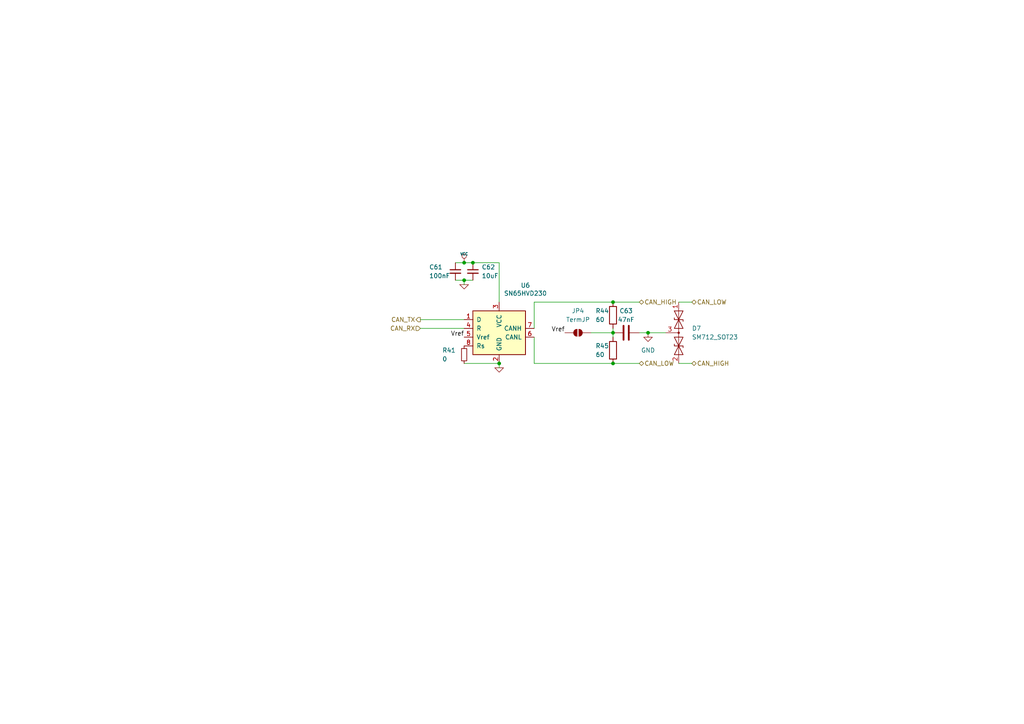
<source format=kicad_sch>
(kicad_sch (version 20250114) (generator "eeschema") (generator_version "9.0")
  (paper "A4")
  (title_block (title "BLDC Driver 4.11") (date "21 aug 2015") (rev "4.12") (company "Benjamin Vedder"))
  (lib_symbols
    (symbol "C-RESCUE-BLDC_4_1" (pin_numbers (hide yes)) (pin_names (offset 0.254))
      (property "Reference" "C" (at 0 2.54 0))
      (property "Value" "C-RESCUE-BLDC_4" (at 0.1524 -2.159 0))
      (symbol "C-RESCUE-BLDC_4_1_0_1"
        (polyline (pts (xy -2.032 0.762) (xy 2.032 0.762)) (stroke (width 0.508)))
        (polyline (pts (xy -2.032 -0.762) (xy 2.032 -0.762)) (stroke (width 0.508)))
      )
      (symbol "C-RESCUE-BLDC_4_1_1_1"
        (pin passive line (at 0 5.08 270) (length 4.318) (name "~") (number "1"))
        (pin passive line (at 0 -5.08 90) (length 4.318) (name "~") (number "2"))
      )
    )
    (symbol "Device:C" (pin_numbers (hide yes)) (pin_names (offset 0.254))
      (property "Reference" "C" (at 0.635 2.54 0))
      (property "Value" "C" (at 0.635 -2.54 0))
      (symbol "C_0_1"
        (polyline (pts (xy -2.032 0.762) (xy 2.032 0.762)) (stroke (width 0.508)))
        (polyline (pts (xy -2.032 -0.762) (xy 2.032 -0.762)) (stroke (width 0.508)))
      )
      (symbol "C_1_1"
        (pin passive line (at 0 3.81 270) (length 2.794) (name "~") (number "1"))
        (pin passive line (at 0 -3.81 90) (length 2.794) (name "~") (number "2"))
      )
    )
    (symbol "Device:C_Small" (pin_numbers (hide yes)) (pin_names (offset 0.254) (hide yes))
      (property "Reference" "C" (at 0.254 1.778 0))
      (property "Value" "C_Small" (at 0.254 -2.032 0))
      (symbol "C_Small_0_1"
        (polyline (pts (xy -1.524 0.508) (xy 1.524 0.508)) (stroke (width 0.3048)))
        (polyline (pts (xy -1.524 -0.508) (xy 1.524 -0.508)) (stroke (width 0.3302)))
      )
      (symbol "C_Small_1_1"
        (pin passive line (at 0 2.54 270) (length 2.032) (name "~") (number "1"))
        (pin passive line (at 0 -2.54 90) (length 2.032) (name "~") (number "2"))
      )
    )
    (symbol "Device:R" (pin_numbers (hide yes)) (pin_names (offset 0))
      (property "Reference" "R" (at 2.032 0 90))
      (property "Value" "R" (at 0 0 90))
      (symbol "R_0_1"
        (rectangle (start -1.016 -2.54) (end 1.016 2.54) (stroke (width 0.254)))
      )
      (symbol "R_1_1"
        (pin passive line (at 0 3.81 270) (length 1.27) (name "~") (number "1"))
        (pin passive line (at 0 -3.81 90) (length 1.27) (name "~") (number "2"))
      )
    )
    (symbol "Device:R_Small" (pin_numbers (hide yes)) (pin_names (offset 0.254) (hide yes))
      (property "Reference" "R" (at 0.762 0.508 0))
      (property "Value" "R_Small" (at 0.762 -1.016 0))
      (symbol "R_Small_0_1"
        (rectangle (start -0.762 1.778) (end 0.762 -1.778) (stroke (width 0.2032)))
      )
      (symbol "R_Small_1_1"
        (pin passive line (at 0 2.54 270) (length 0.762) (name "~") (number "1"))
        (pin passive line (at 0 -2.54 90) (length 0.762) (name "~") (number "2"))
      )
    )
    (symbol "Diode:SM712_SOT23" (pin_names (offset 1.016) (hide yes))
      (property "Reference" "D" (at 0 4.445 0))
      (property "Value" "SM712_SOT23" (at 0 2.54 0))
      (symbol "SM712_SOT23_0_0"
        (polyline (pts (xy 0 -1.27) (xy 0 0)))
      )
      (symbol "SM712_SOT23_0_1"
        (polyline (pts (xy -6.35 0) (xy 6.35 0)))
        (polyline (pts (xy -6.35 -1.27) (xy -1.27 1.27) (xy -1.27 -1.27) (xy -6.35 1.27) (xy -6.35 -1.27)) (stroke (width 0.2032)))
        (polyline (pts (xy -3.302 1.27) (xy -3.81 1.27) (xy -3.81 -1.27) (xy -4.318 -1.27)) (stroke (width 0.2032)))
        (circle (center 0 0) (radius 0.254) (fill (type outline)))
        (polyline (pts (xy 1.27 -1.27) (xy 1.27 1.27) (xy 6.35 -1.27) (xy 6.35 1.27) (xy 1.27 -1.27)) (stroke (width 0.2032)))
        (polyline (pts (xy 4.318 1.27) (xy 3.81 1.27) (xy 3.81 -1.27) (xy 3.302 -1.27)) (stroke (width 0.2032)))
      )
      (symbol "SM712_SOT23_1_1"
        (pin passive line (at -8.89 0 0) (length 2.54) (name "A1") (number "1"))
        (pin input line (at 0 -3.81 90) (length 2.54) (name "common") (number "3"))
        (pin passive line (at 8.89 0 180) (length 2.54) (name "A2") (number "2"))
      )
    )
    (symbol "GND-RESCUE-BLDC_4_1" (power) (pin_names (offset 0))
      (symbol "GND-RESCUE-BLDC_4_1_0_1"
        (polyline (pts (xy -1.27 0) (xy 0 -1.27) (xy 1.27 0) (xy -1.27 0)))
      )
      (symbol "GND-RESCUE-BLDC_4_1_1_1"
        (pin power_in line (at 0 0 90) (length 0) (hide yes) (name "GND") (number "1"))
      )
    )
    (symbol "GND-RESCUE-BLDC_4_2" (power) (pin_names (offset 0))
      (symbol "GND-RESCUE-BLDC_4_2_0_1"
        (polyline (pts (xy -1.27 0) (xy 0 -1.27) (xy 1.27 0) (xy -1.27 0)))
      )
      (symbol "GND-RESCUE-BLDC_4_2_1_1"
        (pin power_in line (at 0 0 90) (length 0) (hide yes) (name "GND") (number "1"))
      )
    )
    (symbol "GND-RESCUE-BLDC_4_3" (power) (pin_names (offset 0))
      (symbol "GND-RESCUE-BLDC_4_3_0_1"
        (polyline (pts (xy -1.27 0) (xy 0 -1.27) (xy 1.27 0) (xy -1.27 0)))
      )
      (symbol "GND-RESCUE-BLDC_4_3_1_1"
        (pin power_in line (at 0 0 90) (length 0) (hide yes) (name "GND") (number "1"))
      )
    )
    (symbol "GND-RESCUE-BLDC_4_7" (power) (pin_names (offset 0))
      (symbol "GND-RESCUE-BLDC_4_7_0_1"
        (polyline (pts (xy -1.27 0) (xy 0 -1.27) (xy 1.27 0) (xy -1.27 0)))
      )
      (symbol "GND-RESCUE-BLDC_4_7_1_1"
        (pin power_in line (at 0 0 90) (length 0) (hide yes) (name "GND") (number "1"))
      )
    )
    (symbol "GND-RESCUE-BLDC_4_8" (power) (pin_names (offset 0))
      (symbol "GND-RESCUE-BLDC_4_8_0_1"
        (polyline (pts (xy -1.27 0) (xy 0 -1.27) (xy 1.27 0) (xy -1.27 0)))
      )
      (symbol "GND-RESCUE-BLDC_4_8_1_1"
        (pin power_in line (at 0 0 90) (length 0) (hide yes) (name "GND") (number "1"))
      )
    )
    (symbol "Interface_CAN_LIN:SN65HVD230" (pin_names (offset 1.016))
      (property "Reference" "U" (at -2.54 10.16 0))
      (property "Value" "SN65HVD230" (at -2.54 7.62 0))
      (symbol "SN65HVD230_0_1"
        (rectangle (start -7.62 5.08) (end 7.62 -7.62) (stroke (width 0.254)) (fill (type background)))
      )
      (symbol "SN65HVD230_1_1"
        (pin input line (at -10.16 2.54 0) (length 2.54) (name "D") (number "1"))
        (pin output line (at -10.16 0 0) (length 2.54) (name "R") (number "4"))
        (pin output line (at -10.16 -2.54 0) (length 2.54) (name "Vref") (number "5"))
        (pin input line (at -10.16 -5.08 0) (length 2.54) (name "Rs") (number "8"))
        (pin power_in line (at 0 7.62 270) (length 2.54) (name "VCC") (number "3"))
        (pin power_in line (at 0 -10.16 90) (length 2.54) (name "GND") (number "2"))
        (pin bidirectional line (at 10.16 0 180) (length 2.54) (name "CANH") (number "7"))
        (pin bidirectional line (at 10.16 -2.54 180) (length 2.54) (name "CANL") (number "6"))
      )
    )
    (symbol "Jumper:SolderJumper_2_Open" (pin_numbers (hide yes)) (pin_names (offset 0) (hide yes)) (exclude_from_sim yes) (in_bom no)
      (property "Reference" "JP" (at 0 2.032 0))
      (property "Value" "SolderJumper_2_Open" (at 0 -2.54 0))
      (symbol "SolderJumper_2_Open_0_1"
        (polyline (pts (xy -0.254 1.016) (xy -0.254 -1.016)))
        (arc (start -0.254 -1.016) (mid -1.2656 0) (end -0.254 1.016))
        (arc (start -0.254 -1.016) (mid -1.2656 0) (end -0.254 1.016) (fill (type outline)))
        (arc (start 0.254 1.016) (mid 1.2656 0) (end 0.254 -1.016))
        (arc (start 0.254 1.016) (mid 1.2656 0) (end 0.254 -1.016) (fill (type outline)))
        (polyline (pts (xy 0.254 1.016) (xy 0.254 -1.016)))
      )
      (symbol "SolderJumper_2_Open_1_1"
        (pin passive line (at -3.81 0 0) (length 2.54) (name "A") (number "1"))
        (pin passive line (at 3.81 0 180) (length 2.54) (name "B") (number "2"))
      )
    )
    (symbol "MCP2551-I/SN-RESCUE-BLDC_4_1" (pin_names (offset 1.016))
      (property "Reference" "IC" (at -6.35 7.62 0))
      (property "Value" "MCP2551-I/SN-RESCUE-BLDC_4" (at 6.35 -7.62 0))
      (property "Footprint" "SO8" (at 0 0 0))
      (symbol "MCP2551-I/SN-RESCUE-BLDC_4_1_0_1"
        (rectangle (start -7.62 6.35) (end 7.62 -6.35) (stroke (width 0.254)) (fill (type background)))
      )
      (symbol "MCP2551-I/SN-RESCUE-BLDC_4_1_1_1"
        (pin output line (at -11.43 5.08 0) (length 3.81) (name "RXD") (number "4"))
        (pin input line (at -11.43 2.54 0) (length 3.81) (name "TXD") (number "1"))
        (pin input line (at -11.43 -1.27 0) (length 3.81) (name "Vref") (number "5"))
        (pin input line (at -11.43 -5.08 0) (length 3.81) (name "Rs") (number "8"))
        (pin power_in line (at 0 10.16 270) (length 3.81) (name "VDD") (number "3"))
        (pin power_in line (at 0 -10.16 90) (length 3.81) (name "VSS") (number "2"))
        (pin bidirectional line (at 11.43 2.54 180) (length 3.81) (name "CANH") (number "7"))
        (pin bidirectional line (at 11.43 -2.54 180) (length 3.81) (name "CANL") (number "6"))
      )
    )
    (symbol "R-RESCUE-BLDC_4_1" (pin_numbers (hide yes)) (pin_names (offset 0))
      (property "Reference" "R" (at 2.032 0 90))
      (property "Value" "R-RESCUE-BLDC_4" (at 0.1778 0.0254 90))
      (symbol "R-RESCUE-BLDC_4_1_0_1"
        (rectangle (start -1.016 3.81) (end 1.016 -3.81) (stroke (width 0.3048)))
      )
      (symbol "R-RESCUE-BLDC_4_1_1_1"
        (pin passive line (at 0 6.35 270) (length 2.54) (name "~") (number "1"))
        (pin passive line (at 0 -6.35 90) (length 2.54) (name "~") (number "2"))
      )
    )
    (symbol "R-RESCUE-BLDC_4_2" (pin_numbers (hide yes)) (pin_names (offset 0))
      (property "Reference" "R" (at 2.032 0 90))
      (property "Value" "R-RESCUE-BLDC_4" (at 0.1778 0.0254 90))
      (symbol "R-RESCUE-BLDC_4_2_0_1"
        (rectangle (start -1.016 3.81) (end 1.016 -3.81) (stroke (width 0.3048)))
      )
      (symbol "R-RESCUE-BLDC_4_2_1_1"
        (pin passive line (at 0 6.35 270) (length 2.54) (name "~") (number "1"))
        (pin passive line (at 0 -6.35 90) (length 2.54) (name "~") (number "2"))
      )
    )
    (symbol "VCC_1" (power) (pin_names (offset 0))
      (property "Value" "VCC" (at 0 3.81 0))
      (symbol "VCC_1_0_1"
        (circle (center 0 1.905) (radius 0.635))
        (polyline (pts (xy 0 0) (xy 0 1.27)))
      )
      (symbol "VCC_1_1_1"
        (pin power_in line (at 0 0 90) (length 0) (hide yes) (name "VCC") (number "1"))
      )
    )
    (symbol "VCC_2" (power) (pin_names (offset 0))
      (property "Value" "VCC" (at 0 3.81 0))
      (symbol "VCC_2_0_1"
        (circle (center 0 1.905) (radius 0.635))
        (polyline (pts (xy 0 0) (xy 0 1.27)))
      )
      (symbol "VCC_2_1_1"
        (pin power_in line (at 0 0 90) (length 0) (hide yes) (name "VCC") (number "1"))
      )
    )
    (symbol "VCC_5" (power) (pin_names (offset 0))
      (property "Value" "VCC" (at 0 3.81 0))
      (symbol "VCC_5_0_1"
        (circle (center 0 1.905) (radius 0.635))
        (polyline (pts (xy 0 0) (xy 0 1.27)))
      )
      (symbol "VCC_5_1_1"
        (pin power_in line (at 0 0 90) (length 0) (hide yes) (name "VCC") (number "1"))
      )
    )
    (symbol "power:GND" (power) (pin_numbers (hide yes)) (pin_names (offset 0) (hide yes))
      (property "Value" "GND" (at 0 -3.81 0))
      (symbol "GND_0_1"
        (polyline (pts (xy 0 0) (xy 0 -1.27) (xy 1.27 -1.27) (xy 0 -2.54) (xy -1.27 -1.27) (xy 0 -1.27)))
      )
      (symbol "GND_1_1"
        (pin power_in line (at 0 0 270) (length 0) (name "~") (number "1"))
      )
    )
  )
  (junction (at 177.8 105.41))
  (junction (at 137.16 76.2))
  (junction (at 144.78 105.41))
  (junction (at 177.8 87.63))
  (junction (at 187.96 96.52))
  (junction (at 134.62 81.28))
  (junction (at 177.8 96.52))
  (junction (at 134.62 76.2))
  (wire (pts (xy 154.94 87.63) (xy 177.8 87.63)))
  (wire (pts (xy 132.08 76.2) (xy 134.62 76.2)))
  (wire (pts (xy 171.45 96.52) (xy 177.8 96.52)))
  (wire (pts (xy 187.96 96.52) (xy 193.04 96.52)))
  (wire (pts (xy 154.94 105.41) (xy 177.8 105.41)))
  (wire (pts (xy 137.16 76.2) (xy 144.78 76.2)))
  (wire (pts (xy 154.94 97.79) (xy 154.94 105.41)))
  (wire (pts (xy 134.62 76.2) (xy 137.16 76.2)))
  (wire (pts (xy 196.85 87.63) (xy 200.66 87.63)))
  (wire (pts (xy 177.8 87.63) (xy 185.42 87.63)))
  (wire (pts (xy 177.8 95.25) (xy 177.8 96.52)))
  (wire (pts (xy 134.62 81.28) (xy 134.62 82.55)))
  (wire (pts (xy 177.8 105.41) (xy 185.42 105.41)))
  (wire (pts (xy 196.85 105.41) (xy 200.66 105.41)))
  (wire (pts (xy 121.92 92.71) (xy 134.62 92.71)))
  (wire (pts (xy 144.78 76.2) (xy 144.78 87.63)))
  (wire (pts (xy 144.78 106.68) (xy 144.78 105.41)))
  (wire (pts (xy 134.62 105.41) (xy 144.78 105.41)))
  (wire (pts (xy 154.94 95.25) (xy 154.94 87.63)))
  (wire (pts (xy 134.62 81.28) (xy 137.16 81.28)))
  (wire (pts (xy 132.08 81.28) (xy 134.62 81.28)))
  (wire (pts (xy 121.92 95.25) (xy 134.62 95.25)))
  (wire (pts (xy 177.8 96.52) (xy 177.8 97.79)))
  (wire (pts (xy 187.96 96.52) (xy 185.42 96.52)))
  (label "Vref" (at 163.83 96.52 180))
  (label "Vref" (at 134.62 97.79 180))
  (hierarchical_label "CAN_HIGH" (shape bidirectional) (at 200.66 105.41 0))
  (hierarchical_label "CAN_HIGH" (shape bidirectional) (at 185.42 87.63 0))
  (hierarchical_label "CAN_TX" (shape output) (at 121.92 92.71 180))
  (hierarchical_label "CAN_LOW" (shape bidirectional) (at 200.66 87.63 0))
  (hierarchical_label "CAN_LOW" (shape bidirectional) (at 185.42 105.41 0))
  (hierarchical_label "CAN_RX" (shape input) (at 121.92 95.25 180))
  (symbol (lib_id "Diode:SM712_SOT23") (at 196.85 96.52 270) (unit 1)
    (property "Reference" "D7" (at 200.66 95.25 90) (effects (justify left)))
    (property "Value" "SM712_SOT23" (at 200.66 97.79 90) (effects (justify left)))
    (property "Footprint" "Package_TO_SOT_SMD:SOT-23" (effects (hide yes)))
    (property "Datasheet" "https://www.littelfuse.com/~/media/electronics/datasheets/tvs_diode_arrays/littelfuse_tvs_diode_array_sm712_datasheet.pdf.pdf" (effects (hide yes)))
    (property "Description" "7V/12V, 600W Asymmetrical TVS Diode Array, SOT-23" (effects (hide yes)))
  )
  (symbol (lib_name "GND-RESCUE-BLDC_4_8") (lib_id "BLDC_4-rescue:GND-RESCUE-BLDC_4") (at 144.78 106.68 0) (unit 1)
    (property "Reference" "#PWR086" (effects (hide yes)))
    (property "Value" "GND" (effects (hide yes)))
  )
  (symbol (lib_id "Device:R") (at 177.8 91.44 0) (unit 1)
    (property "Reference" "R44" (at 172.72 90.17 0) (effects (justify left)))
    (property "Value" "60" (at 172.72 92.71 0) (effects (justify left)))
    (property "Footprint" "Resistor_SMD:R_0603_1608Metric" (effects (hide yes)))
    (property "Description" "Resistor" (effects (hide yes)))
  )
  (symbol (lib_name "VCC_5") (lib_id "BLDC_4-rescue:VCC") (at 134.62 76.2 0) (unit 1)
    (property "Reference" "#PWR084" (effects (hide yes)))
    (property "Value" "VCC" (at 134.62 73.66 0) (effects (font (size 0.762 0.762))))
  )
  (symbol (lib_id "Interface_CAN_LIN:SN65HVD230") (at 144.78 95.25 0) (unit 1)
    (property "Reference" "U6" (at 152.4 82.7786 0))
    (property "Value" "SN65HVD230" (at 152.4 85.09 0))
    (property "Footprint" "Package_SO:SOIC-8_3.9x4.9mm_P1.27mm" (effects (hide yes)))
    (property "Datasheet" "http://www.ti.com/lit/ds/symlink/sn65hvd230.pdf" (effects (hide yes)))
    (property "Description" "CAN Bus Transceivers, 3.3V, 1Mbps, Low-Power capabilities, SOIC-8" (effects (hide yes)))
  )
  (symbol (lib_id "Device:C_Small") (at 132.08 78.74 0) (unit 1)
    (property "Reference" "C61" (at 124.46 77.47 0) (effects (justify left)))
    (property "Value" "100nF" (at 124.46 80.01 0) (effects (justify left)))
    (property "Footprint" "Capacitor_SMD:C_0402_1005Metric" (effects (hide yes)))
    (property "Description" "Unpolarized capacitor, small symbol" (effects (hide yes)))
  )
  (symbol (lib_id "Jumper:SolderJumper_2_Open") (at 167.64 96.52 0) (unit 1)
    (property "Reference" "JP4" (at 167.64 90.17 0))
    (property "Value" "TermJP" (at 167.64 92.71 0))
    (property "Footprint" "iclr:SmallerSolderJP" (effects (hide yes)))
    (property "Description" "Solder Jumper, 2-pole, open" (effects (hide yes)))
  )
  (symbol (lib_id "Device:C_Small") (at 137.16 78.74 0) (unit 1)
    (property "Reference" "C62" (at 139.7 77.4762 0) (effects (justify left)))
    (property "Value" "10uF" (at 139.7 80.0162 0) (effects (justify left)))
    (property "Footprint" "Capacitor_SMD:C_0402_1005Metric" (effects (hide yes)))
    (property "Description" "Unpolarized capacitor, small symbol" (effects (hide yes)))
  )
  (symbol (lib_name "GND-RESCUE-BLDC_4_7") (lib_id "BLDC_4-rescue:GND-RESCUE-BLDC_4") (at 134.62 82.55 0) (unit 1)
    (property "Reference" "#PWR085" (effects (hide yes)))
    (property "Value" "GND" (effects (hide yes)))
  )
  (symbol (lib_id "Device:C") (at 181.61 96.52 90) (unit 1)
    (property "Reference" "C63" (at 181.61 90.17 90))
    (property "Value" "47nF" (at 181.61 92.71 90))
    (property "Footprint" "Capacitor_SMD:C_0402_1005Metric" (effects (hide yes)))
    (property "Description" "Unpolarized capacitor" (effects (hide yes)))
  )
  (symbol (lib_id "power:GND") (at 187.96 96.52 0) (unit 1)
    (property "Reference" "#PWR087" (effects (hide yes)))
    (property "Value" "GND" (at 187.96 101.6 0))
    (property "Description" "Power symbol creates a global label with name \"GND\" , ground" (effects (hide yes)))
  )
  (symbol (lib_id "Device:R_Small") (at 134.62 102.87 0) (unit 1)
    (property "Reference" "R41" (at 128.27 101.6 0) (effects (justify left)))
    (property "Value" "0" (at 128.27 104.14 0) (effects (justify left)))
    (property "Footprint" "Resistor_SMD:R_0603_1608Metric" (effects (hide yes)))
    (property "Description" "Resistor, small symbol" (effects (hide yes)))
  )
  (symbol (lib_id "Device:R") (at 177.8 101.6 0) (unit 1)
    (property "Reference" "R45" (at 172.72 100.33 0) (effects (justify left)))
    (property "Value" "60" (at 172.72 102.87 0) (effects (justify left)))
    (property "Footprint" "Resistor_SMD:R_0603_1608Metric" (effects (hide yes)))
    (property "Description" "Resistor" (effects (hide yes)))
  )
)
</source>
